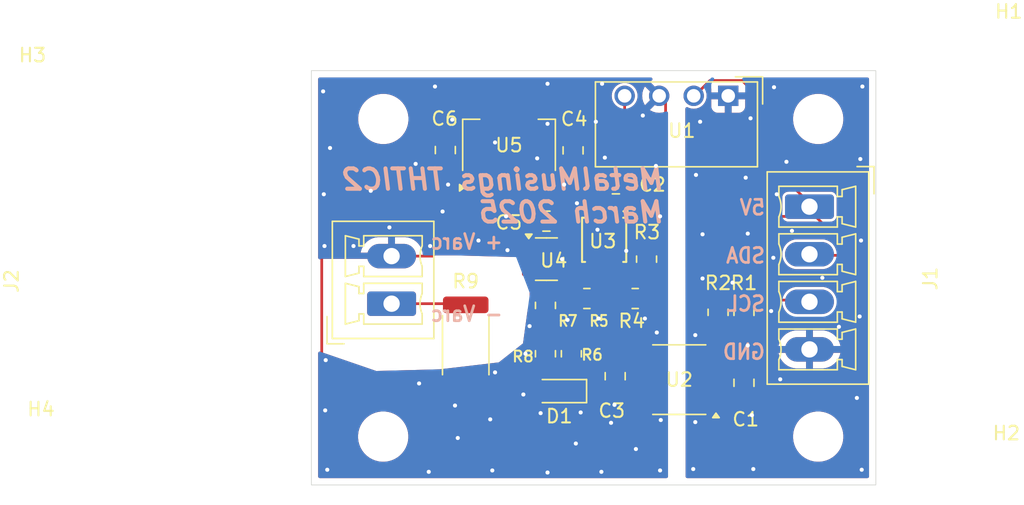
<source format=kicad_pcb>
(kicad_pcb (version 20240108) (generator "pcbnew") (generator_version "8.0")
  (title_block (comment 4 "AISLER Project ID: TCOKWDCI"))
  (layers (0 "F.Cu" signal) (31 "B.Cu" signal) (34 "B.Paste" user) (35 "F.Paste" user) (36 "B.SilkS" user "B.Silkscreen") (37 "F.SilkS" user "F.Silkscreen") (38 "B.Mask" user) (39 "F.Mask" user) (44 "Edge.Cuts" user))
  (net 0 "")
  (net 1 "GND")
  (net 2 "5V")
  (net 3 "GND_ISO")
  (net 4 "Net-(U1-+Vout)")
  (net 5 "VCC_ISO")
  (net 6 "Net-(J1-Pin_2)")
  (net 7 "Net-(J1-Pin_3)")
  (net 8 "Net-(U2-SDA2)")
  (net 9 "Net-(U2-SCL2)")
  (net 10 "Net-(J2-Pin_1)")
  (net 11 "Net-(R5-Pad2)")
  (net 12 "Net-(U4--)")
  (net 13 "Net-(D1-A)")
  (net 14 "Net-(U3-AIN0)")
  (footprint "Package_TO_SOT_SMD:SOT-23-5" (layer "F.Cu") (at 172.03 97.9405)
    (property "Reference" "U4" (at 0.5376 0.1035 0) (layer "F.SilkS"))
    (property "Value" "LMV321")
    (pad "1" smd roundrect (at -1.1375 -0.95) (size 1.325 0.6) (layers "F.Cu" "F.Paste" "F.Mask") (net 3 "GND_ISO"))
    (pad "2" smd roundrect (at -1.1375 0) (size 1.325 0.6) (layers "F.Cu" "F.Paste" "F.Mask") (net 3 "GND_ISO"))
    (pad "3" smd roundrect (at -1.1375 0.95) (size 1.325 0.6) (layers "F.Cu" "F.Paste" "F.Mask") (net 12 "Net-(U4--)"))
    (pad "4" smd roundrect (at 1.1375 0.95) (size 1.325 0.6) (layers "F.Cu" "F.Paste" "F.Mask") (net 11 "Net-(R5-Pad2)"))
    (pad "5" smd roundrect (at 1.1375 -0.95) (size 1.325 0.6) (layers "F.Cu" "F.Paste" "F.Mask") (net 5 "VCC_ISO"))
  )
  (footprint "MountingHole:MountingHole_3.2mm_M3" (layer "F.Cu") (at 192.024 87.63)
    (property "Reference" "H1" (at 14.0185 -7.9055 0) (layer "F.SilkS"))
    (property "Value" "MountingHole")
    (pad "" np_thru_hole circle (at 0 0) (size 3.2 3.2) (drill 3.2) (layers "*.Cu" "*.Mask"))
  )
  (footprint "Resistor_SMD:R_0805_2012Metric" (layer "F.Cu") (at 186.563 101.854 -90)
    (property "Reference" "R1" (at -2.159 0 180) (layer "F.SilkS"))
    (property "Value" "2k2")
    (pad "1" smd roundrect (at -0.9125 0 270) (size 1.025 1.4) (layers "F.Cu" "F.Paste" "F.Mask") (roundrect_rratio 0.243902) (net 2 "5V"))
    (pad "2" smd roundrect (at 0.9125 0 270) (size 1.025 1.4) (layers "F.Cu" "F.Paste" "F.Mask") (roundrect_rratio 0.243902) (net 6 "Net-(J1-Pin_2)"))
  )
  (footprint "Diode_SMD:D_SOD-323_HandSoldering" (layer "F.Cu") (at 172.974 107.649 180)
    (property "Reference" "D1" (at 0 -1.85 180) (layer "F.SilkS"))
    (property "Value" "5.1V Zener")
    (pad "1" smd roundrect (at -1.25 0 180) (size 1 1) (layers "F.Cu" "F.Paste" "F.Mask") (net 3 "GND_ISO"))
    (pad "2" smd roundrect (at 1.25 0 180) (size 1 1) (layers "F.Cu" "F.Paste" "F.Mask") (net 13 "Net-(D1-A)"))
  )
  (footprint "Capacitor_SMD:C_0805_2012Metric" (layer "F.Cu") (at 177.0888 106.553 90)
    (property "Reference" "C3" (at -2.54 -0.254 180) (layer "F.SilkS"))
    (property "Value" "100nF")
    (pad "1" smd roundrect (at -0.95 0 90) (size 1 1.45) (layers "F.Cu" "F.Paste" "F.Mask") (net 5 "VCC_ISO"))
    (pad "2" smd roundrect (at 0.95 0 90) (size 1 1.45) (layers "F.Cu" "F.Paste" "F.Mask") (net 3 "GND_ISO"))
  )
  (footprint "Capacitor_SMD:C_0805_2012Metric" (layer "F.Cu") (at 172.03 95.1465 180)
    (property "Reference" "C5" (at 2.7644 -0.1035 180) (layer "F.SilkS"))
    (property "Value" "100nF")
    (pad "1" smd roundrect (at -0.95 0 180) (size 1 1.45) (layers "F.Cu" "F.Paste" "F.Mask") (net 5 "VCC_ISO"))
    (pad "2" smd roundrect (at 0.95 0 180) (size 1 1.45) (layers "F.Cu" "F.Paste" "F.Mask") (net 3 "GND_ISO"))
  )
  (footprint "MountingHole:MountingHole_3.2mm_M3" (layer "F.Cu") (at 160.03 87.63)
    (property "Reference" "H3" (at -25.81 -4.694 0) (layer "F.SilkS"))
    (property "Value" "MountingHole")
    (pad "" np_thru_hole circle (at 0 0) (size 3.2 3.2) (drill 3.2) (layers "*.Cu" "*.Mask"))
  )
  (footprint "Resistor_SMD:R_0805_2012Metric" (layer "F.Cu") (at 175.006 100.838 180)
    (property "Reference" "R5" (at -0.889 -1.651 0) (layer "F.SilkS") (effects (font (size 0.8 0.7))))
    (property "Value" "47")
    (pad "1" smd roundrect (at -0.9125 0 180) (size 1.025 1.4) (layers "F.Cu" "F.Paste" "F.Mask") (roundrect_rratio 0.243902) (net 14 "Net-(U3-AIN0)"))
    (pad "2" smd roundrect (at 0.9125 0 180) (size 1.025 1.4) (layers "F.Cu" "F.Paste" "F.Mask") (roundrect_rratio 0.243902) (net 11 "Net-(R5-Pad2)"))
  )
  (footprint "Resistor_SMD:R_0805_2012Metric" (layer "F.Cu") (at 171.958 101.346 -90)
    (property "Reference" "R7" (at 1.143 -1.651 180) (layer "F.SilkS") (effects (font (size 0.8 0.7))))
    (property "Value" "100k")
    (pad "1" smd roundrect (at -0.9125 0 270) (size 1.025 1.4) (layers "F.Cu" "F.Paste" "F.Mask") (roundrect_rratio 0.243902) (net 11 "Net-(R5-Pad2)"))
    (pad "2" smd roundrect (at 0.9125 0 270) (size 1.025 1.4) (layers "F.Cu" "F.Paste" "F.Mask") (roundrect_rratio 0.243902) (net 12 "Net-(U4--)"))
  )
  (footprint "Package_SO:TSSOP-10_3x3mm_P0.5mm" (layer "F.Cu") (at 176.276 96.52 -90)
    (property "Reference" "U3" (at 0.1016 0.1016 180) (layer "F.SilkS"))
    (property "Value" "ADS1014IDGS")
    (pad "1" smd rect (at -2.15 -1 270) (size 1.1 0.25) (layers "F.Cu" "F.Paste" "F.Mask") (net 3 "GND_ISO"))
    (pad "2" smd rect (at -2.15 -0.5 270) (size 1.1 0.25) (layers "F.Cu" "F.Paste" "F.Mask"))
    (pad "3" smd rect (at -2.15 0 270) (size 1.1 0.25) (layers "F.Cu" "F.Paste" "F.Mask") (net 3 "GND_ISO"))
    (pad "4" smd rect (at -2.15 0.5 270) (size 1.1 0.25) (layers "F.Cu" "F.Paste" "F.Mask") (net 14 "Net-(U3-AIN0)"))
    (pad "5" smd rect (at -2.15 1 270) (size 1.1 0.25) (layers "F.Cu" "F.Paste" "F.Mask") (net 3 "GND_ISO"))
    (pad "6" smd rect (at 2.15 1 270) (size 1.1 0.25) (layers "F.Cu" "F.Paste" "F.Mask"))
    (pad "7" smd rect (at 2.15 0.5 270) (size 1.1 0.25) (layers "F.Cu" "F.Paste" "F.Mask"))
    (pad "8" smd rect (at 2.15 0 270) (size 1.1 0.25) (layers "F.Cu" "F.Paste" "F.Mask") (net 5 "VCC_ISO"))
    (pad "9" smd rect (at 2.15 -0.5 270) (size 1.1 0.25) (layers "F.Cu" "F.Paste" "F.Mask") (net 8 "Net-(U2-SDA2)"))
    (pad "10" smd rect (at 2.15 -1 270) (size 1.1 0.25) (layers "F.Cu" "F.Paste" "F.Mask") (net 9 "Net-(U2-SCL2)"))
  )
  (footprint "Resistor_SMD:R_0805_2012Metric" (layer "F.Cu") (at 179.396 97.9405 90)
    (property "Reference" "R3" (at 1.9793 0.0296 180) (layer "F.SilkS"))
    (property "Value" "2k2")
    (pad "1" smd roundrect (at -0.9125 0 90) (size 1.025 1.4) (layers "F.Cu" "F.Paste" "F.Mask") (roundrect_rratio 0.243902) (net 5 "VCC_ISO"))
    (pad "2" smd roundrect (at 0.9125 0 90) (size 1.025 1.4) (layers "F.Cu" "F.Paste" "F.Mask") (roundrect_rratio 0.243902) (net 9 "Net-(U2-SCL2)"))
  )
  (footprint "Package_SO:SOIC-8_3.9x4.9mm_P1.27mm" (layer "F.Cu") (at 181.802 106.807 180)
    (property "Reference" "U2" (at 0 0 0) (layer "F.SilkS"))
    (property "Value" "ISO1540")
    (pad "1" smd roundrect (at -2.475 -1.905 180) (size 1.95 0.6) (layers "F.Cu" "F.Paste" "F.Mask") (net 2 "5V"))
    (pad "2" smd roundrect (at -2.475 -0.635 180) (size 1.95 0.6) (layers "F.Cu" "F.Paste" "F.Mask") (net 6 "Net-(J1-Pin_2)"))
    (pad "3" smd roundrect (at -2.475 0.635 180) (size 1.95 0.6) (layers "F.Cu" "F.Paste" "F.Mask") (net 7 "Net-(J1-Pin_3)"))
    (pad "4" smd roundrect (at -2.475 1.905 180) (size 1.95 0.6) (layers "F.Cu" "F.Paste" "F.Mask") (net 1 "GND"))
    (pad "5" smd roundrect (at 2.475 1.905 180) (size 1.95 0.6) (layers "F.Cu" "F.Paste" "F.Mask") (net 3 "GND_ISO"))
    (pad "6" smd roundrect (at 2.475 0.635 180) (size 1.95 0.6) (layers "F.Cu" "F.Paste" "F.Mask") (net 9 "Net-(U2-SCL2)"))
    (pad "7" smd roundrect (at 2.475 -0.635 180) (size 1.95 0.6) (layers "F.Cu" "F.Paste" "F.Mask") (net 8 "Net-(U2-SDA2)"))
    (pad "8" smd roundrect (at 2.475 -1.905 180) (size 1.95 0.6) (layers "F.Cu" "F.Paste" "F.Mask") (net 5 "VCC_ISO"))
  )
  (footprint "MountingHole:MountingHole_3.2mm_M3" (layer "F.Cu") (at 160.02 110.998)
    (property "Reference" "H4" (at -25.175 -2.018 0) (layer "F.SilkS"))
    (property "Value" "MountingHole")
    (pad "" np_thru_hole circle (at 0 0) (size 3.2 3.2) (drill 3.2) (layers "*.Cu" "*.Mask"))
  )
  (footprint "Resistor_SMD:R_2512_6332Metric" (layer "F.Cu") (at 166.0915 104.267 -90)
    (property "Reference" "R9" (at -4.699 0 0) (layer "F.SilkS"))
    (property "Value" "100k")
    (pad "1" smd roundrect (at -2.9625 0 270) (size 1.225 3.35) (layers "F.Cu" "F.Paste" "F.Mask") (roundrect_rratio 0.204082) (net 10 "Net-(J2-Pin_1)"))
    (pad "2" smd roundrect (at 2.9625 0 270) (size 1.225 3.35) (layers "F.Cu" "F.Paste" "F.Mask") (roundrect_rratio 0.204082) (net 13 "Net-(D1-A)"))
  )
  (footprint "Connector_Phoenix_MC:PhoenixContact_MCV_1,5_2-G-3.5_1x02_P3.50mm_Vertical" (layer "F.Cu") (at 160.638 101.219 90)
    (property "Reference" "J2" (at 1.6625 -27.9615 90) (layer "F.SilkS"))
    (property "Value" "Plasma 200V")
    (pad "1" thru_hole roundrect (at 0 0 90) (size 1.8 3.6) (drill 1.2) (layers "*.Cu" "*.Mask") (roundrect_rratio 0.138889) (net 10 "Net-(J2-Pin_1)"))
    (pad "2" thru_hole oval (at 3.5 0 90) (size 1.8 3.6) (drill 1.2) (layers "*.Cu" "*.Mask") (net 3 "GND_ISO"))
  )
  (footprint "Capacitor_SMD:C_0805_2012Metric" (layer "F.Cu") (at 177.1396 92.4052 180)
    (property "Reference" "C2" (at -2.6924 -0.0508 0) (layer "F.SilkS"))
    (property "Value" "100nF")
    (pad "1" smd roundrect (at -0.95 0 180) (size 1 1.45) (layers "F.Cu" "F.Paste" "F.Mask") (net 5 "VCC_ISO"))
    (pad "2" smd roundrect (at 0.95 0 180) (size 1 1.45) (layers "F.Cu" "F.Paste" "F.Mask") (net 3 "GND_ISO"))
  )
  (footprint "Capacitor_SMD:C_0805_2012Metric" (layer "F.Cu") (at 164.592 89.916 -90)
    (property "Reference" "C6" (at -2.3095 0.0485 180) (layer "F.SilkS"))
    (property "Value" "10uF")
    (pad "1" smd roundrect (at -0.95 0 270) (size 1 1.45) (layers "F.Cu" "F.Paste" "F.Mask") (net 5 "VCC_ISO"))
    (pad "2" smd roundrect (at 0.95 0 270) (size 1 1.45) (layers "F.Cu" "F.Paste" "F.Mask") (net 3 "GND_ISO"))
  )
  (footprint "Capacitor_SMD:C_0805_2012Metric" (layer "F.Cu") (at 186.563 107.0375 90)
    (property "Reference" "C1" (at -2.6905 0.127 180) (layer "F.SilkS"))
    (property "Value" "100nF")
    (pad "1" smd roundrect (at -0.95 0 90) (size 1 1.45) (layers "F.Cu" "F.Paste" "F.Mask") (net 2 "5V"))
    (pad "2" smd roundrect (at 0.95 0 90) (size 1 1.45) (layers "F.Cu" "F.Paste" "F.Mask") (net 1 "GND"))
  )
  (footprint "Capacitor_SMD:C_0805_2012Metric" (layer "F.Cu") (at 173.99 89.941 90)
    (property "Reference" "C4" (at 2.3095 0.0785 180) (layer "F.SilkS"))
    (property "Value" "10uF")
    (pad "1" smd roundrect (at -0.95 0 90) (size 1 1.45) (layers "F.Cu" "F.Paste" "F.Mask") (net 4 "Net-(U1-+Vout)"))
    (pad "2" smd roundrect (at 0.95 0 90) (size 1 1.45) (layers "F.Cu" "F.Paste" "F.Mask") (net 3 "GND_ISO"))
  )
  (footprint "MountingHole:MountingHole_3.2mm_M3" (layer "F.Cu") (at 192.024 110.998)
    (property "Reference" "H2" (at 13.843 -0.254 0) (layer "F.SilkS"))
    (property "Value" "MountingHole")
    (pad "" np_thru_hole circle (at 0 0) (size 3.2 3.2) (drill 3.2) (layers "*.Cu" "*.Mask"))
  )
  (footprint "Package_TO_SOT_SMD:SOT-223-3_TabPin2" (layer "F.Cu") (at 169.277 89.56 90)
    (property "Reference" "U5" (at 0 0 0) (layer "F.SilkS"))
    (property "Value" "AMS1117-5")
    (pad "1" smd roundrect (at -3.15 -2.3 90) (size 2 1.5) (layers "F.Cu" "F.Paste" "F.Mask") (net 3 "GND_ISO"))
    (pad "2" smd roundrect (at -3.15 0 90) (size 2 1.5) (layers "F.Cu" "F.Paste" "F.Mask") (net 5 "VCC_ISO"))
    (pad "2" smd roundrect (at 3.15 0 90) (size 2 3.8) (layers "F.Cu" "F.Paste" "F.Mask") (net 5 "VCC_ISO"))
    (pad "3" smd roundrect (at -3.15 2.3 90) (size 2 1.5) (layers "F.Cu" "F.Paste" "F.Mask") (net 4 "Net-(U1-+Vout)"))
  )
  (footprint "Resistor_SMD:R_0805_2012Metric" (layer "F.Cu") (at 171.958 104.902 90)
    (property "Reference" "R8" (at -0.207 -1.651 180) (layer "F.SilkS") (effects (font (size 0.8 0.8))))
    (property "Value" "2k7")
    (pad "1" smd roundrect (at -0.9125 0 90) (size 1.025 1.4) (layers "F.Cu" "F.Paste" "F.Mask") (roundrect_rratio 0.243902) (net 13 "Net-(D1-A)"))
    (pad "2" smd roundrect (at 0.9125 0 90) (size 1.025 1.4) (layers "F.Cu" "F.Paste" "F.Mask") (roundrect_rratio 0.243902) (net 3 "GND_ISO"))
  )
  (footprint "Resistor_SMD:R_0805_2012Metric" (layer "F.Cu") (at 178.562 100.838 180)
    (property "Reference" "R4" (at 0.254 -1.651 0) (layer "F.SilkS"))
    (property "Value" "2k2")
    (pad "1" smd roundrect (at -0.9125 0 180) (size 1.025 1.4) (layers "F.Cu" "F.Paste" "F.Mask") (roundrect_rratio 0.243902) (net 5 "VCC_ISO"))
    (pad "2" smd roundrect (at 0.9125 0 180) (size 1.025 1.4) (layers "F.Cu" "F.Paste" "F.Mask") (roundrect_rratio 0.243902) (net 8 "Net-(U2-SDA2)"))
  )
  (footprint "Converter_DCDC:Converter_DCDC_TRACO_TEA1-xxxx_THT" (layer "F.Cu") (at 185.4045 85.9265 -90)
    (property "Reference" "U1" (at 2.569 3.4135 0) (layer "F.SilkS"))
    (property "Value" "B0509S-1WR3")
    (pad "1" thru_hole rect (at 0 0 270) (size 1.5 1.5) (drill 1) (layers "*.Cu" "*.Mask") (net 1 "GND"))
    (pad "2" thru_hole circle (at 0 2.54 270) (size 1.5 1.5) (drill 1) (layers "*.Cu" "*.Mask") (net 2 "5V"))
    (pad "3" thru_hole circle (at 0 5.08 270) (size 1.5 1.5) (drill 1) (layers "*.Cu" "*.Mask") (net 3 "GND_ISO"))
    (pad "4" thru_hole circle (at 0 7.62 270) (size 1.5 1.5) (drill 1) (layers "*.Cu" "*.Mask") (net 4 "Net-(U1-+Vout)"))
  )
  (footprint "Resistor_SMD:R_0805_2012Metric" (layer "F.Cu") (at 184.658 101.854 -90)
    (property "Reference" "R2" (at -2.159 0 180) (layer "F.SilkS"))
    (property "Value" "2k2")
    (pad "1" smd roundrect (at -0.9125 0 270) (size 1.025 1.4) (layers "F.Cu" "F.Paste" "F.Mask") (roundrect_rratio 0.243902) (net 2 "5V"))
    (pad "2" smd roundrect (at 0.9125 0 270) (size 1.025 1.4) (layers "F.Cu" "F.Paste" "F.Mask") (roundrect_rratio 0.243902) (net 7 "Net-(J1-Pin_3)"))
  )
  (footprint "Connector_Phoenix_MC:PhoenixContact_MCV_1,5_4-G-3.5_1x04_P3.50mm_Vertical" (layer "F.Cu") (at 191.3815 94.0815 -90)
    (property "Reference" "J1" (at 5.293 -8.89 90) (layer "F.SilkS"))
    (property "Value" "Conn_01x04_Pin")
    (pad "1" thru_hole roundrect (at 0 0 270) (size 1.8 3.6) (drill 1.2) (layers "*.Cu" "*.Mask") (roundrect_rratio 0.138889) (net 2 "5V"))
    (pad "2" thru_hole oval (at 3.5 0 270) (size 1.8 3.6) (drill 1.2) (layers "*.Cu" "*.Mask") (net 6 "Net-(J1-Pin_2)"))
    (pad "3" thru_hole oval (at 7 0 270) (size 1.8 3.6) (drill 1.2) (layers "*.Cu" "*.Mask") (net 7 "Net-(J1-Pin_3)"))
    (pad "4" thru_hole oval (at 10.5 0 270) (size 1.8 3.6) (drill 1.2) (layers "*.Cu" "*.Mask") (net 1 "GND"))
  )
  (footprint "Resistor_SMD:R_0805_2012Metric" (layer "F.Cu") (at 173.863 104.902 -90)
    (property "Reference" "R6" (at 0.08 -1.524 0) (layer "F.SilkS") (effects (font (size 0.8 0.8))))
    (property "Value" "100k")
    (pad "1" smd roundrect (at -0.9125 0 270) (size 1.025 1.4) (layers "F.Cu" "F.Paste" "F.Mask") (roundrect_rratio 0.243902) (net 12 "Net-(U4--)"))
    (pad "2" smd roundrect (at 0.9125 0 270) (size 1.025 1.4) (layers "F.Cu" "F.Paste" "F.Mask") (roundrect_rratio 0.243902) (net 13 "Net-(D1-A)"))
  )
  (gr_rect (start 154.7345 84.074) (end 196.2635 114.554) (stroke (width 0.05)) (fill none) (layer "Edge.Cuts"))
  (gr_text "MetalMusings THTIC2\nMarch 2025" (at 180.848 95.377 0) (layer "B.SilkS") (effects (font (size 1.5 1.5) (thickness 0.3) (bold yes) (italic yes)) (justify left bottom mirror)))
  (gr_text "+ Varc\n\n\n- Varc\n" (at 168.91 102.616 0) (layer "B.SilkS") (effects (font (size 1.1 1) (thickness 0.2) (bold yes)) (justify left bottom mirror)))
  (gr_text "5V\n\nSDA\n\nSCL\n\nGND" (at 188.214 105.41 0) (layer "B.SilkS") (effects (font (size 1.1 1) (thickness 0.2) (bold yes)) (justify left bottom mirror)))
  (segment (start 183.515 96.1136) (end 183.515 88.9357) (width 0.2) (layer "F.Cu") (net 1))
  (segment (start 186.69 105.622) (end 186.563 105.749) (width 0.2) (layer "F.Cu") (net 1))
  (segment (start 185.547 86.9037) (end 185.547 85.9265) (width 0.2) (layer "F.Cu") (net 1))
  (segment (start 186.69 105.622) (end 186.69 106.088) (width 0.2) (layer "F.Cu") (net 1))
  (segment (start 186.69 105.156) (end 186.69 105.622) (width 0.2) (layer "F.Cu") (net 1))
  (segment (start 184.277 104.013) (end 183.515 103.251) (width 0.2) (layer "F.Cu") (net 1))
  (segment (start 183.515 103.251) (end 183.515 99.3648) (width 0.2) (layer "F.Cu") (net 1))
  (segment (start 183.515 88.9357) (end 185.547 86.9037) (width 0.2) (layer "F.Cu") (net 1))
  (segment (start 186.436 104.902) (end 186.69 105.156) (width 0.2) (layer "F.Cu") (net 1))
  (segment (start 184.277 104.902) (end 186.436 104.902) (width 0.2) (layer "F.Cu") (net 1))
  (segment (start 183.515 99.3648) (end 183.515 96.1136) (width 0.2) (layer "F.Cu") (net 1))
  (segment (start 184.277 104.902) (end 184.277 104.013) (width 0.2) (layer "F.Cu") (net 1))
  (via (at 182.8292 113.3856) (size 0.6) (drill 0.3) (layers "F.Cu" "B.Cu") (net 1))
  (via (at 182.9816 103.5304) (size 0.6) (drill 0.3) (layers "F.Cu" "B.Cu") (net 1))
  (via (at 188.561 101.761) (size 0.6) (drill 0.3) (layers "F.Cu" "B.Cu") (net 1))
  (via (at 188.7728 85.2932) (size 0.6) (drill 0.3) (layers "F.Cu" "B.Cu") (net 1))
  (via (at 190.0936 95.8596) (size 0.6) (drill 0.3) (layers "F.Cu" "B.Cu") (net 1))
  (via (at 187.1472 109.4232) (size 0.6) (drill 0.3) (layers "F.Cu" "B.Cu") (net 1))
  (via (at 193.548 102.9208) (size 0.6) (drill 0.3) (layers "F.Cu" "B.Cu") (net 1))
  (via (at 186.8424 104.2924) (size 0.6) (drill 0.3) (layers "F.Cu" "B.Cu") (net 1))
  (via (at 187.0456 87.5792) (size 0.6) (drill 0.3) (layers "F.Cu" "B.Cu") (net 1))
  (via (at 187.2488 113.3856) (size 0.6) (drill 0.3) (layers "F.Cu" "B.Cu") (net 1))
  (via (at 185.7248 99.6696) (size 0.6) (drill 0.3) (layers "F.Cu" "B.Cu") (net 1))
  (via (at 188.976 93.1672) (size 0.6) (drill 0.3) (layers "F.Cu" "B.Cu") (net 1))
  (via (at 195.1228 90.5764) (size 0.6) (drill 0.3) (layers "F.Cu" "B.Cu") (net 1))
  (via (at 186.8424 96.0628) (size 0.6) (drill 0.3) (layers "F.Cu" "B.Cu") (net 1))
  (via (at 183.515 99.3648) (size 0.6) (drill 0.3) (layers "F.Cu" "B.Cu") (net 1))
  (via (at 194.8688 108.1532) (size 0.6) (drill 0.3) (layers "F.Cu" "B.Cu") (net 1))
  (via (at 195.1736 96.5708) (size 0.6) (drill 0.3) (layers "F.Cu" "B.Cu") (net 1))
  (via (at 188.722 97.8408) (size 0.6) (drill 0.3) (layers "F.Cu" "B.Cu") (net 1))
  (via (at 189.23 106.7816) (size 0.6) (drill 0.3) (layers "F.Cu" "B.Cu") (net 1))
  (via (at 195.2752 85.2424) (size 0.6) (drill 0.3) (layers "F.Cu" "B.Cu") (net 1))
  (via (at 192.3288 99.314) (size 0.6) (drill 0.3) (layers "F.Cu" "B.Cu") (net 1))
  (via (at 183.0324 91.7448) (size 0.6) (drill 0.3) (layers "F.Cu" "B.Cu") (net 1))
  (via (at 189.6872 90.7796) (size 0.6) (drill 0.3) (layers "F.Cu" "B.Cu") (net 1))
  (via (at 195.072 102.1588) (size 0.6) (drill 0.3) (layers "F.Cu" "B.Cu") (net 1))
  (via (at 183.515 96.1136) (size 0.6) (drill 0.3) (layers "F.Cu" "B.Cu") (net 1))
  (via (at 195.2244 113.4364) (size 0.6) (drill 0.3) (layers "F.Cu" "B.Cu") (net 1))
  (via (at 186.69 91.948) (size 0.6) (drill 0.3) (layers "F.Cu" "B.Cu") (net 1))
  (via (at 183.3372 87.8332) (size 0.6) (drill 0.3) (layers "F.Cu" "B.Cu") (net 1))
  (via (at 182.9816 109.9312) (size 0.6) (drill 0.3) (layers "F.Cu" "B.Cu") (net 1))
  (segment (start 188.6555 104.5815) (end 188.561 104.487) (width 0.2) (layer "B.Cu") (net 1))
  (segment (start 188.561 101.761) (end 185.4045 98.6045) (width 0.2) (layer "B.Cu") (net 1))
  (segment (start 188.561 104.487) (end 188.561 101.761) (width 0.2) (layer "B.Cu") (net 1))
  (segment (start 191.3815 104.5815) (end 188.6555 104.5815) (width 0.2) (layer "B.Cu") (net 1))
  (segment (start 185.4045 98.6045) (end 185.4045 85.9265) (width 0.2) (layer "B.Cu") (net 1))
  (segment (start 186.43 84.8003) (end 184.059 84.8003) (width 0.2) (layer "F.Cu") (net 2))
  (segment (start 194.31 105.41) (end 191.732 107.988) (width 0.2) (layer "F.Cu") (net 2))
  (segment (start 191.508 93.9545) (end 188.07 90.5162) (width 0.2) (layer "F.Cu") (net 2))
  (segment (start 186.69 107.988) (end 191.732 107.988) (width 0.2) (layer "F.Cu") (net 2))
  (segment (start 194.31 97.282) (end 194.31 105.41) (width 0.2) (layer "F.Cu") (net 2))
  (segment (start 184.059 84.8003) (end 183.007 85.852) (width 0.2) (layer "F.Cu") (net 2))
  (segment (start 185.966 108.712) (end 184.277 108.712) (width 0.2) (layer "F.Cu") (net 2))
  (segment (start 192.718 95.6902) (end 194.31 97.282) (width 0.2) (layer "F.Cu") (net 2))
  (segment (start 189.3 94.7989) (end 186.563 97.536) (width 0.2) (layer "F.Cu") (net 2))
  (segment (start 186.563 97.536) (end 186.563 100.9415) (width 0.2) (layer "F.Cu") (net 2))
  (segment (start 191.827 94.7989) (end 192.718 95.6902) (width 0.2) (layer "F.Cu") (net 2))
  (segment (start 186.563 100.942) (end 184.6585 100.942) (width 0.2) (layer "F.Cu") (net 2))
  (segment (start 191.382 94.7989) (end 189.3 94.7989) (width 0.2) (layer "F.Cu") (net 2))
  (segment (start 188.07 86.4404) (end 186.43 84.8003) (width 0.2) (layer "F.Cu") (net 2))
  (segment (start 188.07 90.5162) (end 188.07 86.4404) (width 0.2) (layer "F.Cu") (net 2))
  (segment (start 186.69 107.988) (end 185.966 108.712) (width 0.2) (layer "F.Cu") (net 2))
  (segment (start 174.851 95.22) (end 174.2748 94.6438) (width 0.2) (layer "F.Cu") (net 3))
  (segment (start 175.0313 96.5311) (end 175.0118 96.5507) (width 0.2) (layer "F.Cu") (net 3))
  (segment (start 171.08 95.1465) (end 171.08 96.803) (width 0.2) (layer "F.Cu") (net 3))
  (segment (start 164.062 90.3354) (end 164.602 90.3354) (width 0.2) (layer "F.Cu") (net 3))
  (segment (start 175.3108 95.22) (end 174.851 95.22) (width 0.2) (layer "F.Cu") (net 3))
  (segment (start 176.276 95.2217) (end 176.276 95.2202) (width 0.2) (layer "F.Cu") (net 3))
  (segment (start 175.276 94.37) (end 175.276 95.1852) (width 0.2) (layer "F.Cu") (net 3))
  (segment (start 163.653 97.719) (end 163.96 97.4121) (width 0.2) (layer "F.Cu") (net 3))
  (segment (start 174.142 109.421) (end 170.533 113.03) (width 0.2) (layer "F.Cu") (net 3))
  (segment (start 173.99 88.0772) (end 173.99 88.991) (width 0.2) (layer "F.Cu") (net 3))
  (segment (start 166.977 92.71) (end 169.060908 94.794292) (width 0.2) (layer "F.Cu") (net 3))
  (segment (start 171.958 103.9895) (end 170.7877 103.9895) (width 0.2) (layer "F.Cu") (net 3))
  (segment (start 165.133 90.866) (end 166.977 92.71) (width 0.2) (layer "F.Cu") (net 3))
  (segment (start 173.1772 97.9405) (end 170.8925 97.9405) (width 0.2) (layer "F.Cu") (net 3))
  (segment (start 179.327 104.162) (end 180.1493 103.3397) (width 0.2) (layer "F.Cu") (net 3))
  (segment (start 175.8433 95.22) (end 175.3108 95.22) (width 0.2) (layer "F.Cu") (net 3))
  (segment (start 175.7862 95.7762) (end 175.1766 96.3858) (width 0.2) (layer "F.Cu") (net 3))
  (segment (start 170.892 97.4655) (end 170.892 97.466) (width 0.2) (layer "F.Cu") (net 3))
  (segment (start 174.2748 93.8276) (end 174.2748 93.346486) (width 0.2) (layer "F.Cu") (net 3))
  (segment (start 175.216086 92.4052) (end 176.1896 92.4052) (width 0.2) (layer "F.Cu") (net 3))
  (segment (start 163.531 88.4981) (end 166.927 85.1021) (width 0.2) (layer "F.Cu") (net 3))
  (segment (start 177.276 94.37) (end 177.276 95.2217) (width 0.2) (layer "F.Cu") (net 3))
  (segment (start 164.602 90.3354) (end 165.133 90.866) (width 0.2) (layer "F.Cu") (net 3))
  (segment (start 166.881 97.4121) (end 169.147 95.1465) (width 0.2) (layer "F.Cu") (net 3))
  (segment (start 176.278 95.2217) (end 176.276 95.2202) (width 0.2) (layer "F.Cu") (net 3))
  (segment (start 175.276 95.1852) (end 175.3108 95.22) (width 0.2) (layer "F.Cu") (net 3))
  (segment (start 164.4396 106.2736) (end 162.5855 108.1277) (width 0.2) (layer "F.Cu") (net 3))
  (segment (start 170.892 97.2275) (end 170.892 97.228) (width 0.2) (layer "F.Cu") (net 3))
  (segment (start 164.062 90.3354) (end 163.531 89.8048) (width 0.2) (layer "F.Cu") (net 3))
  (segment (start 175.0411 96.5213) (end 175.0313 96.5311) (width 0.2) (layer "F.Cu") (net 3))
  (segment (start 168.5036 106.2736) (end 168.2496 106.2736) (width 0.2) (layer "F.Cu") (net 3))
  (segment (start 170.892 97.2275) (end 170.892 97.109) (width 0.2) (layer "F.Cu") (net 3))
  (segment (start 170.7877 103.9895) (end 168.5036 106.2736) (width 0.2) (layer "F.Cu") (net 3))
  (segment (start 166.927 85.1021) (end 171.015 85.1021) (width 0.2) (layer "F.Cu") (net 3))
  (segment (start 170.892 97.228) (end 170.892 97.4655) (width 0.2) (layer "F.Cu") (net 3))
  (segment (start 169.147 95.1465) (end 171.08 95.1465) (width 0.2) (layer "F.Cu") (net 3))
  (segment (start 179.127 84.7656) (end 177.302 84.7656) (width 0.2) (layer "F.Cu") (net 3))
  (segment (start 175.1766 96.3858) (end 175.046 96.5164) (width 0.2) (layer "F.Cu") (net 3))
  (segment (start 175.863 95.2217) (end 176.276 95.2217) (width 0.2) (layer "F.Cu") (net 3))
  (segment (start 168.2496 106.2736) (end 164.4396 106.2736) (width 0.2) (layer "F.Cu") (net 3))
  (segment (start 177.302 84.7656) (end 173.99 88.0772) (width 0.2) (layer "F.Cu") (net 3))
  (segment (start 175.046 96.5164) (end 175.0411 96.5213) (width 0.2) (layer "F.Cu") (net 3))
  (segment (start 163.531 89.8048) (end 163.531 88.4981) (width 0.2) (layer "F.Cu") (net 3))
  (segment (start 177.276 95.2217) (end 176.278 95.2217) (width 0.2) (layer "F.Cu") (net 3))
  (segment (start 155.499 105.08) (end 155.499 97.8662) (width 0.2) (layer "F.Cu") (net 3))
  (segment (start 167.437 113.03) (end 165.5065 111.0995) (width 0.2) (layer "F.Cu") (net 3))
  (segment (start 162.5855 108.1785) (end 161.652 107.245) (width 0.2) (layer "F.Cu") (net 3))
  (segment (start 170.892 97.466) (end 170.892 97.9405) (width 0.2) (layer "F.Cu") (net 3))
  (segment (start 169.147 94.8804) (end 169.147 95.1465) (width 0.2) (layer "F.Cu") (net 3))
  (segment (start 163.96 97.4121) (end 166.881 97.4121) (width 0.2) (layer "F.Cu") (net 3))
  (segment (start 169.060908 94.794292) (end 169.147 94.8804) (width 0.2) (layer "F.Cu") (net 3))
  (segment (start 177.165 104.902) (end 179.327 104.902) (width 0.2) (layer "F.Cu") (net 3))
  (segment (start 164.592 90.866) (end 164.062 90.3354) (width 0.2) (layer "F.Cu") (net 3))
  (segment (start 171.015 85.1021) (end 173.99 88.0772) (width 0.2) (layer "F.Cu") (net 3))
  (segment (start 170.533 113.03) (end 167.437 113.03) (width 0.2) (layer "F.Cu") (net 3))
  (segment (start 155.499 97.8662) (end 155.646 97.719) (width 0.2) (layer "F.Cu") (net 3))
  (segment (start 174.2748 94.6438) (end 174.2748 93.8276) (width 0.2) (layer "F.Cu") (net 3))
  (segment (start 157.664 107.245) (end 155.7909 105.3719) (width 0.2) (layer "F.Cu") (net 3))
  (segment (start 161.652 107.245) (end 157.664 107.245) (width 0.2) (layer "F.Cu") (net 3))
  (segment (start 162.5855 108.1277) (end 162.5855 108.1785) (width 0.2) (layer "F.Cu") (net 3))
  (segment (start 180.796 102.693) (end 180.796 86.181) (width 0.2) (layer "F.Cu") (net 3))
  (segment (start 180.213 85.852) (end 179.127 84.7656) (width 0.2) (layer "F.Cu") (net 3))
  (segment (start 179.327 104.902) (end 179.327 104.162) (width 0.2) (layer "F.Cu") (net 3))
  (segment (start 175.863 95.6994) (end 175.7862 95.7762) (width 0.2) (layer "F.Cu") (net 3))
  (segment (start 176.276 94.37) (end 176.276 95.2202) (width 0.2) (layer "F.Cu") (net 3))
  (segment (start 180.1493 103.3397) (end 180.796 102.693) (width 0.2) (layer "F.Cu") (net 3))
  (segment (start 177.165 105.252) (end 177.165 104.902) (width 0.2) (layer "F.Cu") (net 3))
  (segment (start 174.2748 93.346486) (end 175.216086 92.4052) (width 0.2) (layer "F.Cu") (net 3))
  (segment (start 165.5065 111.0995) (end 162.5855 108.1785) (width 0.2) (layer "F.Cu") (net 3))
  (segment (start 174.142 107.731) (end 174.142 109.421) (width 0.2) (layer "F.Cu") (net 3))
  (segment (start 155.646 97.719) (end 160.638 97.719) (width 0.2) (layer "F.Cu") (net 3))
  (segment (start 155.7909 105.3719) (end 155.499 105.08) (width 0.2) (layer "F.Cu") (net 3))
  (segment (start 160.638 97.719) (end 163.653 97.719) (width 0.2) (layer "F.Cu") (net 3))
  (segment (start 173.622 97.9405) (end 173.1772 97.9405) (width 0.2) (layer "F.Cu") (net 3))
  (segment (start 175.0118 96.5507) (end 173.622 97.9405) (width 0.2) (layer "F.Cu") (net 3))
  (via (at 173.1772 97.9405) (size 0.6) (drill 0.3) (layers "F.Cu" "B.Cu") (net 3))
  (via (at 168.2496 89.3572) (size 0.6) (drill 0.3) (layers "F.Cu" "B.Cu") (net 3))
  (via (at 160.4772 95.6056) (size 0.6) (drill 0.3) (layers "F.Cu" "B.Cu") (net 3))
  (via (at 169.164 97.282) (size 0.6) (drill 0.3) (layers "F.Cu" "B.Cu") (net 3))
  (via (at 179.2732 102.3112) (size 0.6) (drill 0.3) (layers "F.Cu" "B.Cu") (net 3))
  (via (at 170.4848 104.902) (size 0.6) (drill 0.3) (layers "F.Cu" "B.Cu") (net 3))
  (via (at 174.5488 109.22) (size 0.6) (drill 0.3) (layers "F.Cu" "B.Cu") (net 3))
  (via (at 172.1104 87.9856) (size 0.6) (drill 0.3) (layers "F.Cu" "B.Cu") (net 3))
  (via (at 169.060908 94.794292) (size 0.6) (drill 0.3) (layers "F.Cu" "B.Cu") (net 3))
  (via (at 176.1236 85.0392) (size 0.6) (drill 0.3) (layers "F.Cu" "B.Cu") (net 3))
  (via (at 172.1104 113.6396) (size 0.6) (drill 0.3) (layers "F.Cu" "B.Cu") (net 3))
  (via (at 165.3032 108.712) (size 0.6) (drill 0.3) (layers "F.Cu" "B.Cu") (net 3))
  (via (at 176.0728 113.5888) (size 0.6) (drill 0.3) (layers "F.Cu" "B.Cu") (net 3))
  (via (at 180.086 91.0844) (size 0.6) (drill 0.3) (layers "F.Cu" "B.Cu") (net 3))
  (via (at 165.5065 111.0995) (size 0.6) (drill 0.3) (layers "F.Cu" "B.Cu") (net 3))
  (via (at 168.0464 113.4872) (size 0.6) (drill 0.3) (layers "F.Cu" "B.Cu") (net 3))
  (via (at 165.1 87.6808) (size 0.6) (drill 0.3) (layers "F.Cu" "B.Cu") (net 3))
  (via (at 163.3728 113.5888) (size 0.6) (drill 0.3) (layers "F.Cu" "B.Cu") (net 3))
  (via (at 171.6024 109.2708) (size 0.6) (drill 0.3) (layers "F.Cu" "B.Cu") (net 3))
  (via (at 155.9052 113.4364) (size 0.6) (drill 0.3) (layers "F.Cu" "B.Cu") (net 3))
  (via (at 155.6004 85.598) (size 0.6) (drill 0.3) (layers "F.Cu" "B.Cu") (net 3))
  (via (at 174.1932 111.506) (size 0.6) (drill 0.3) (layers "F.Cu" "B.Cu") (net 3))
  (via (at 155.6512 93.1672) (size 0.6) (drill 0.3) (layers "F.Cu" "B.Cu") (net 3))
  (via (at 163.4744 96.9772) (size 0.6) (drill 0.3) (layers "F.Cu" "B.Cu") (net 3))
  (via (at 172.1104 85.0392) (size 0.6) (drill 0.3) (layers "F.Cu" "B.Cu") (net 3))
  (via (at 175.8696 102.3112) (size 0.6) (drill 0.3) (layers "F.Cu" "B.Cu") (net 3))
  (via (at 176.784 109.982) (size 0.6) (drill 0.3) (layers "F.Cu" "B.Cu") (net 3))
  (via (at 167.894 109.728) (size 0.6) (drill 0.3) (layers "F.Cu" "B.Cu") (net 3))
  (via (at 171.3484 90.5256) (size 0.6) (drill 0.3) (layers "F.Cu" "B.Cu") (net 3))
  (via (at 174.2748 93.8276) (size 0.6) (drill 0.3) (layers "F.Cu" "B.Cu") (net 3))
  (via (at 180.3908 113.4872) (size 0.6) (drill 0.3) (layers "F.Cu" "B.Cu") (net 3))
  (via (at 173.5836 102.4128) (size 0.6) (drill 0.3) (layers "F.Cu" "B.Cu") (net 3))
  (via (at 156.1084 89.7636) (size 0.6) (drill 0.3) (layers "F.Cu" "B.Cu") (net 3))
  (via (at 164.7952 92.456) (size 0.6) (drill 0.3) (layers "F.Cu" "B.Cu") (net 3))
  (via (at 155.702 96.9772) (size 0.6) (drill 0.3) (layers "F.Cu" "B.Cu") (net 3))
  (via (at 164.3888 94.4372) (size 0.6) (drill 0.3) (layers "F.Cu" "B.Cu") (net 3))
  (via (at 175.6664 87.8332) (size 0.6) (drill 0.3) (layers "F.Cu" "B.Cu") (net 3))
  (via (at 155.7909 105.3719) (size 0.6) (drill 0.3) (layers "F.Cu" "B.Cu") (net 3))
  (via (at 168.2496 106.2736) (size 0.6) (drill 0.3) (layers "F.Cu" "B.Cu") (net 3))
  (via (at 179.1208 87.376) (size 0.6) (drill 0.3) (layers "F.Cu" "B.Cu") (net 3))
  (via (at 163.83 85.2424) (size 0.6) (drill 0.3) (layers "F.Cu" "B.Cu") (net 3))
  (via (at 177.9016 97.3328) (size 0.6) (drill 0.3) (layers "F.Cu" "B.Cu") (net 3))
  (via (at 175.7862 95.7762) (size 0.6) (drill 0.3) (layers "F.Cu" "B.Cu") (net 3))
  (via (at 170.7896 102.87) (size 0.6) (drill 0.3) (layers "F.Cu" "B.Cu") (net 3))
  (via (at 157.8356 96.9772) (size 0.6) (drill 0.3) (layers "F.Cu" "B.Cu") (net 3))
  (via (at 176.3268 90.4748) (size 0.6) (drill 0.3) (layers "F.Cu" "B.Cu") (net 3))
  (via (at 180.3908 94.7928) (size 0.6) (drill 0.3) (layers "F.Cu" "B.Cu") (net 3))
  (via (at 177.038 108.6612) (size 0.6) (drill 0.3) (layers "F.Cu" "B.Cu") (net 3))
  (via (at 167.0304 96.5708) (size 0.6) (drill 0.3) (layers "F.Cu" "B.Cu") (net 3))
  (via (at 155.7528 109.0676) (size 0.6) (drill 0.3) (layers "F.Cu" "B.Cu") (net 3))
  (via (at 170.3324 107.8992) (size 0.6) (drill 0.3) (layers "F.Cu" "B.Cu") (net 3))
  (via (at 180.4416 109.7788) (size 0.6) (drill 0.3) (layers "F.Cu" "B.Cu") (net 3))
  (via (at 159.1056 92.9132) (size 0.6) (drill 0.3) (layers "F.Cu" "B.Cu") (net 3))
  (via (at 173.3296 92.456) (size 0.6) (drill 0.3) (layers "F.Cu" "B.Cu") (net 3))
  (via (at 180.1493 103.3397) (size 0.6) (drill 0.3) (layers "F.Cu" "B.Cu") (net 3))
  (via (at 178.6128 111.9124) (size 0.6) (drill 0.3) (layers "F.Cu" "B.Cu") (net 3))
  (via (at 162.4076 90.932) (size 0.6) (drill 0.3) (layers "F.Cu" "B.Cu") (net 3))
  (via (at 162.6616 107.0864) (size 0.6) (drill 0.3) (layers "F.Cu" "B.Cu") (net 3))
  (segment (start 172.486 91.8005) (end 171.577 92.71) (width 0.2) (layer "F.Cu") (net 4))
  (segment (start 172.9411 91.3457) (end 173.5353 91.3457) (width 0.2) (layer "F.Cu") (net 4))
  (segment (start 177.784 87.0965) (end 173.99 90.891) (width 0.2) (layer "F.Cu") (net 4))
  (segment (start 173.5353 91.3457) (end 173.99 90.891) (width 0.2) (layer "F.Cu") (net 4))
  (segment (start 173.396 90.891) (end 172.9411 91.3457) (width 0.2) (layer "F.Cu") (net 4))
  (segment (start 172.9411 91.3457) (end 172.486 91.8005) (width 0.2) (layer "F.Cu") (net 4))
  (segment (start 177.784 86.5455) (end 177.784 87.0965) (width 0.2) (layer "F.Cu") (net 4))
  (segment (start 172.98 95.1465) (end 172.547 95.5796) (width 0.2) (layer "F.Cu") (net 5))
  (segment (start 175.6754 91.3802) (end 177.0646 91.3802) (width 0.2) (layer "F.Cu") (net 5))
  (segment (start 173.168 96.9905) (end 172.858 96.6802) (width 0.2) (layer "F.Cu") (net 5))
  (segment (start 179.327 108.712) (end 178.246 108.712) (width 0.2) (layer "F.Cu") (net 5))
  (segment (start 172.97795 94.07765) (end 175.6754 91.3802) (width 0.2) (layer "F.Cu") (net 5))
  (segment (start 177.0646 91.3802) (end 178.0896 92.4052) (width 0.2) (layer "F.Cu") (net 5))
  (segment (start 178.246 108.712) (end 177.089 107.555) (width 0.2) (layer "F.Cu") (net 5))
  (segment (start 175.619 107.555) (end 175.264 107.2) (width 0.2) (layer "F.Cu") (net 5))
  (segment (start 167.512 90.9446) (end 169.277 92.71) (width 0.2) (layer "F.Cu") (net 5))
  (segment (start 171.888 94.0544) (end 172.98 95.1465) (width 0.2) (layer "F.Cu") (net 5))
  (segment (start 175.264 107.2) (end 175.264 104.644) (width 0.2) (layer "F.Cu") (net 5))
  (segment (start 172.97795 95.14445) (end 172.97795 94.07765) (width 0.2) (layer "F.Cu") (net 5))
  (segment (start 164.592 88.966) (end 165.533 88.966) (width 0.2) (layer "F.Cu") (net 5))
  (segment (start 172.858 96.6802) (end 173.168 96.9902) (width 0.2) (layer "F.Cu") (net 5))
  (segment (start 178.535178 95.124422) (end 176.276 97.3836) (width 0.2) (layer "F.Cu") (net 5))
  (segment (start 169.277 92.71) (end 170.621 94.0544) (width 0.2) (layer "F.Cu") (net 5))
  (segment (start 172.547 96.3699) (end 172.858 96.6802) (width 0.2) (layer "F.Cu") (net 5))
  (segment (start 175.264 104.644) (end 176.837 103.071) (width 0.2) (layer "F.Cu") (net 5))
  (segment (start 178.998678 95.070778) (end 180.396 96.4681) (width 0.2) (layer "F.Cu") (net 5))
  (segment (start 180.396 96.4681) (end 180.396 97.853) (width 0.2) (layer "F.Cu") (net 5))
  (segment (start 177.089 107.555) (end 175.619 107.555) (width 0.2) (layer "F.Cu") (net 5))
  (segment (start 176.837 103.071) (end 176.837 100.153256) (width 0.2) (layer "F.Cu") (net 5))
  (segment (start 172.547 95.5796) (end 172.547 96.3699) (width 0.2) (layer "F.Cu") (net 5))
  (segment (start 176.837 100.153256) (end 176.276 99.592256) (width 0.2) (layer "F.Cu") (net 5))
  (segment (start 178.535178 95.070778) (end 178.998678 95.070778) (width 0.2) (layer "F.Cu") (net 5))
  (segment (start 178.535178 95.070778) (end 178.535178 95.124422) (width 0.2) (layer "F.Cu") (net 5))
  (segment (start 165.533 88.966) (end 166.127 89.56) (width 0.2) (layer "F.Cu") (net 5))
  (segment (start 166.127 89.56) (end 167.512 90.9446) (width 0.2) (layer "F.Cu") (net 5))
  (segment (start 179.396 98.853) (end 179.396 100.532) (width 0.2) (layer "F.Cu") (net 5))
  (segment (start 178.0896 92.4052) (end 178.535178 92.850778) (width 0.2) (layer "F.Cu") (net 5))
  (segment (start 170.621 94.0544) (end 171.888 94.0544) (width 0.2) (layer "F.Cu") (net 5))
  (segment (start 178.535178 92.850778) (end 178.535178 95.070778) (width 0.2) (layer "F.Cu") (net 5))
  (segment (start 180.396 97.853) (end 179.396 98.853) (width 0.2) (layer "F.Cu") (net 5))
  (segment (start 176.276 97.3836) (end 176.276 98.67) (width 0.2) (layer "F.Cu") (net 5))
  (segment (start 166.127 89.56) (end 169.277 86.41) (width 0.2) (layer "F.Cu") (net 5))
  (segment (start 172.98 95.1465) (end 172.97795 95.14445) (width 0.2) (layer "F.Cu") (net 5))
  (segment (start 176.276 99.592256) (end 176.276 98.67) (width 0.2) (layer "F.Cu") (net 5))
  (segment (start 193.802 98.0632) (end 193.802 101.333) (width 0.2) (layer "F.Cu") (net 6))
  (segment (start 188.138 106.756) (end 187.706 107.188) (width 0.2) (layer "F.Cu") (net 6))
  (segment (start 188.138 102.946) (end 188.138 103.683) (width 0.2) (layer "F.Cu") (net 6))
  (segment (start 191.717 97.663) (end 193.402 97.663) (width 0.2) (layer "F.Cu") (net 6))
  (segment (start 188.138 103.683) (end 187.222 102.766) (width 0.2) (layer "F.Cu") (net 6))
  (segment (start 188.138 103.683) (end 188.138 106.756) (width 0.2) (layer "F.Cu") (net 6))
  (segment (start 187.706 107.188) (end 187.682 107.212) (width 0.15) (layer "F.Cu") (net 6))
  (segment (start 184.277 107.442) (end 185.547 107.442) (width 0.2) (layer "F.Cu") (net 6))
  (segment (start 187.222 102.766) (end 186.564 102.766) (width 0.2) (layer "F.Cu") (net 6))
  (segment (start 193.802 101.333) (end 192.773 102.362) (width 0.2) (layer "F.Cu") (net 6))
  (segment (start 187.682 107.212) (end 185.776 107.212) (width 0.15) (layer "F.Cu") (net 6))
  (segment (start 192.773 102.362) (end 188.722 102.362) (width 0.2) (layer "F.Cu") (net 6))
  (segment (start 193.402 97.663) (end 193.802 98.0632) (width 0.2) (layer "F.Cu") (net 6))
  (segment (start 185.776 107.212) (end 185.547 107.442) (width 0.15) (layer "F.Cu") (net 6))
  (segment (start 188.722 102.362) (end 188.138 102.946) (width 0.2) (layer "F.Cu") (net 6))
  (segment (start 185.635 106.862) (end 184.945 106.172) (width 0.15) (layer "F.Cu") (net 7))
  (segment (start 191.254 100.954) (end 188.478 100.954) (width 0.2) (layer "F.Cu") (net 7))
  (segment (start 187.145 103.579) (end 187.715 104.149) (width 0.2) (layer "F.Cu") (net 7))
  (segment (start 185.878 103.579) (end 187.145 103.579) (width 0.2) (layer "F.Cu") (net 7))
  (segment (start 188.478 100.954) (end 187.679 101.754) (width 0.2) (layer "F.Cu") (net 7))
  (segment (start 185.155 103.264) (end 185.563 103.264) (width 0.2) (layer "F.Cu") (net 7))
  (segment (start 186.075 101.754) (end 184.906 102.923) (width 0.2) (layer "F.Cu") (net 7))
  (segment (start 184.906 103.015) (end 185.155 103.264) (width 0.2) (layer "F.Cu") (net 7))
  (segment (start 187.715 104.149) (end 187.715 106.572) (width 0.2) (layer "F.Cu") (net 7))
  (segment (start 185.563 103.264) (end 185.878 103.579) (width 0.2) (layer "F.Cu") (net 7))
  (segment (start 187.425 106.862) (end 185.635 106.862) (width 0.15) (layer "F.Cu") (net 7))
  (segment (start 187.715 106.572) (end 187.425 106.862) (width 0.15) (layer "F.Cu") (net 7))
  (segment (start 187.679 101.754) (end 186.075 101.754) (width 0.2) (layer "F.Cu") (net 7))
  (segment (start 177.65 101.37) (end 177.65 102.967) (width 0.2) (layer "F.Cu") (net 8))
  (segment (start 177.975 106.728) (end 176.022 106.728) (width 0.15) (layer "F.Cu") (net 8))
  (segment (start 175.664 104.953) (end 175.664 106.253) (width 0.2) (layer "F.Cu") (net 8))
  (segment (start 178.562 107.315) (end 177.975 106.728) (width 0.15) (layer "F.Cu") (net 8))
  (segment (start 177.65 102.967) (end 175.664 104.953) (width 0.2) (layer "F.Cu") (net 8))
  (segment (start 176.776 99.397114) (end 176.776 98.67) (width 0.2) (layer "F.Cu") (net 8))
  (segment (start 175.664 106.253) (end 175.787 106.377) (width 0.2) (layer "F.Cu") (net 8))
  (segment (start 175.787 106.493) (end 176.022 106.728) (width 0.2) (layer "F.Cu") (net 8))
  (segment (start 175.787 106.377) (end 175.787 106.493) (width 0.2) (layer "F.Cu") (net 8))
  (segment (start 177.65 100.838) (end 177.65 100.271114) (width 0.2) (layer "F.Cu") (net 8))
  (segment (start 177.65 100.271114) (end 176.776 99.397114) (width 0.2) (layer "F.Cu") (net 8))
  (segment (start 177.754 98.67) (end 179.396 97.028) (width 0.2) (layer "F.Cu") (net 9))
  (segment (start 177.276 98.67) (end 178.392 99.786) (width 0.2) (layer "F.Cu") (net 9))
  (segment (start 176.064 105.118) (end 176.064 106.088) (width 0.2) (layer "F.Cu") (net 9))
  (segment (start 178.181 106.172) (end 177.975 106.378) (width 0.15) (layer "F.Cu") (net 9))
  (segment (start 178.462 102.72) (end 176.064 105.118) (width 0.2) (layer "F.Cu") (net 9))
  (segment (start 178.392 100.082) (end 178.462 100.153) (width 0.2) (layer "F.Cu") (net 9))
  (segment (start 176.339 106.378) (end 176.204 106.244) (width 0.15) (layer "F.Cu") (net 9))
  (segment (start 178.462 100.153) (end 178.462 102.72) (width 0.2) (layer "F.Cu") (net 9))
  (segment (start 177.975 106.378) (end 176.339 106.378) (width 0.15) (layer "F.Cu") (net 9))
  (segment (start 176.204 106.228) (end 176.204 106.244) (width 0.2) (layer "F.Cu") (net 9))
  (segment (start 177.276 98.67) (end 177.754 98.67) (width 0.2) (layer "F.Cu") (net 9))
  (segment (start 179.327 106.172) (end 178.181 106.172) (width 0.15) (layer "F.Cu") (net 9))
  (segment (start 178.392 99.786) (end 178.392 100.082) (width 0.2) (layer "F.Cu") (net 9))
  (segment (start 176.064 106.088) (end 176.204 106.228) (width 0.2) (layer "F.Cu") (net 9))
  (segment (start 166.006 101.219) (end 160.638 101.219) (width 0.2) (layer "F.Cu") (net 10))
  (segment (start 174.0935 100.838) (end 173.168 100.838) (width 0.2) (layer "F.Cu") (net 11))
  (segment (start 172.72 100.838) (end 173.168 100.838) (width 0.2) (layer "F.Cu") (net 11))
  (segment (start 173.168 100.838) (end 173.168 99.9716) (width 0.2) (layer "F.Cu") (net 11))
  (segment (start 173.1675 99.9711) (end 173.1675 98.8905) (width 0.2) (layer "F.Cu") (net 11))
  (segment (start 173.168 99.9716) (end 173.168 99.1052) (width 0.2) (layer "F.Cu") (net 11))
  (segment (start 173.168 99.9716) (end 173.1675 99.9711) (width 0.2) (layer "F.Cu") (net 11))
  (segment (start 172.316 100.434) (end 172.72 100.838) (width 0.2) (layer "F.Cu") (net 11))
  (segment (start 172.517 102.817) (end 171.958 102.258) (width 0.2) (layer "F.Cu") (net 12))
  (segment (start 173.689 103.99) (end 172.517 102.817) (width 0.2) (layer "F.Cu") (net 12))
  (segment (start 171.958 102.258) (end 170.892 101.193) (width 0.2) (layer "F.Cu") (net 12))
  (segment (start 170.892 101.193) (end 170.892 98.8905) (width 0.2) (layer "F.Cu") (net 12))
  (segment (start 172.517 102.817) (end 172.516 102.817) (width 0.2) (layer "F.Cu") (net 12))
  (segment (start 172.516 102.817) (end 172.237 102.5375) (width 0.2) (layer "F.Cu") (net 12))
  (segment (start 170.62 108.754) (end 171.724 107.649) (width 0.2) (layer "F.Cu") (net 13))
  (segment (start 167.616 108.754) (end 170.62 108.754) (width 0.2) (layer "F.Cu") (net 13))
  (segment (start 171.724 107.649) (end 171.724 106.206) (width 0.2) (layer "F.Cu") (net 13))
  (segment (start 166.092 107.23) (end 167.616 108.754) (width 0.2) (layer "F.Cu") (net 13))
  (segment (start 173.99 105.814) (end 171.958 105.814) (width 0.2) (layer "F.Cu") (net 13))
  (segment (start 177.701 95.362385) (end 175.243385 97.82) (width 0.2) (layer "F.Cu") (net 14))
  (segment (start 175.776 93.595) (end 175.9408 93.4302) (width 0.2) (layer "F.Cu") (net 14))
  (segment (start 175.9408 93.4302) (end 177.6112 93.4302) (width 0.2) (layer "F.Cu") (net 14))
  (segment (start 174.851 97.82) (end 174.851 99.7705) (width 0.2) (layer "F.Cu") (net 14))
  (segment (start 177.6112 93.4302) (end 177.701 93.52) (width 0.2) (layer "F.Cu") (net 14))
  (segment (start 175.243385 97.82) (end 174.851 97.82) (width 0.2) (layer "F.Cu") (net 14))
  (segment (start 177.701 93.52) (end 177.701 95.362385) (width 0.2) (layer "F.Cu") (net 14))
  (segment (start 174.851 99.7705) (end 175.9185 100.838) (width 0.2) (layer "F.Cu") (net 14))
  (segment (start 175.776 94.37) (end 175.776 93.595) (width 0.2) (layer "F.Cu") (net 14))
  (zone (net 0) (net_name "") (layer "F.Cu") (connect_pads (clearance 0)) (min_thickness 0.25)
    (keepout (tracks allowed) (vias allowed) (pads allowed) (copperpour not_allowed) (footprints allowed))
    (fill (thermal_gap 0.5) (thermal_bridge_width 0.5) (island_removal_mode 1) (island_area_min 10))
    (polygon (pts (xy 179.959 97.79) (xy 179.324 100.203) (xy 174.9806 100.0252) (xy 175.1076 98.6282) (xy 178.435 98.425) (xy 178.562 97.282)))
  )
  (zone (net 0) (net_name "") (layer "F.Cu") (connect_pads (clearance 0)) (min_thickness 0.25)
    (keepout (tracks allowed) (vias allowed) (pads allowed) (copperpour not_allowed) (footprints allowed))
    (fill (thermal_gap 0.5) (thermal_bridge_width 0.5) (island_removal_mode 1) (island_area_min 10))
    (polygon (pts (xy 169.418 98.806) (xy 170.942 98.933) (xy 170.815 100.457) (xy 169.291 100.33)))
  )
  (zone (net 0) (net_name "") (layer "F.Cu") (connect_pads (clearance 0)) (min_thickness 0.25)
    (keepout (tracks allowed) (vias allowed) (pads allowed) (copperpour not_allowed) (footprints allowed))
    (fill (thermal_gap 0.5) (thermal_bridge_width 0.5) (island_removal_mode 1) (island_area_min 10))
    (polygon (pts (xy 171.831 103.5615) (xy 175.133 103.6885) (xy 175.006 106.6095) (xy 172.72 107.2445) (xy 172.085 105.5935)))
  )
  (zone (net 0) (net_name "") (layers "F&B.Cu") (connect_pads (clearance 0)) (min_thickness 0.25)
    (keepout (tracks allowed) (vias allowed) (pads allowed) (copperpour not_allowed) (footprints allowed))
    (fill (thermal_gap 0.5) (thermal_bridge_width 0.5) (island_removal_mode 1) (island_area_min 10))
    (polygon (pts (xy 181.991 84.455) (xy 184.404 84.328) (xy 182.753 86.106) (xy 181.61 85.344)))
  )
  (zone (net 1) (net_name "GND") (layers "F&B.Cu") (priority 1) (connect_pads (clearance 0)) (min_thickness 0.25) (fill yes (thermal_gap 0.5) (thermal_bridge_width 0.5) (island_removal_mode 1) (island_area_min 10))
    (polygon (pts (xy 182.245 84.074) (xy 196.215 84.074) (xy 196.215 114.554) (xy 182.2704 114.554)))
  )
  (zone (net 0) (net_name "") (layers "F&B.Cu") (connect_pads (clearance 0)) (min_thickness 0.25)
    (keepout (tracks allowed) (vias not_allowed) (pads allowed) (copperpour not_allowed) (footprints allowed))
    (fill (thermal_gap 0.5) (thermal_bridge_width 0.5) (island_removal_mode 1) (island_area_min 10))
    (polygon (pts (xy 159.258 97.917) (xy 161.29 97.663) (xy 165.354 97.663) (xy 169.799 97.79) (xy 170.815 100.457) (xy 170.307 104.14) (xy 168.529 105.537) (xy 164.211 106.045) (xy 159.512 106.172) (xy 155.448 104.775) (xy 155.448 97.917)))
  )
  (zone (net 3) (net_name "GND_ISO") (layers "F&B.Cu") (connect_pads (clearance 0)) (min_thickness 0.25) (fill yes (thermal_gap 0.5) (thermal_bridge_width 0.5) (island_removal_mode 1) (island_area_min 10))
    (polygon (pts (xy 180.975 84.074) (xy 180.975 114.554) (xy 154.7368 114.6048) (xy 154.686 84.074)))
  )
)
</source>
